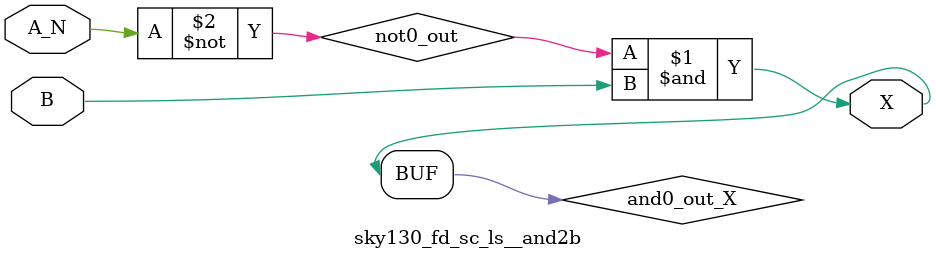
<source format=v>
/*
 * Copyright 2020 The SkyWater PDK Authors
 *
 * Licensed under the Apache License, Version 2.0 (the "License");
 * you may not use this file except in compliance with the License.
 * You may obtain a copy of the License at
 *
 *     https://www.apache.org/licenses/LICENSE-2.0
 *
 * Unless required by applicable law or agreed to in writing, software
 * distributed under the License is distributed on an "AS IS" BASIS,
 * WITHOUT WARRANTIES OR CONDITIONS OF ANY KIND, either express or implied.
 * See the License for the specific language governing permissions and
 * limitations under the License.
 *
 * SPDX-License-Identifier: Apache-2.0
*/


`ifndef SKY130_FD_SC_LS__AND2B_FUNCTIONAL_V
`define SKY130_FD_SC_LS__AND2B_FUNCTIONAL_V

/**
 * and2b: 2-input AND, first input inverted.
 *
 * Verilog simulation functional model.
 */

`timescale 1ns / 1ps
`default_nettype none

`celldefine
module sky130_fd_sc_ls__and2b (
    X  ,
    A_N,
    B
);

    // Module ports
    output X  ;
    input  A_N;
    input  B  ;

    // Local signals
    wire not0_out  ;
    wire and0_out_X;

    //  Name  Output      Other arguments
    not not0 (not0_out  , A_N            );
    and and0 (and0_out_X, not0_out, B    );
    buf buf0 (X         , and0_out_X     );

endmodule
`endcelldefine

`default_nettype wire
`endif  // SKY130_FD_SC_LS__AND2B_FUNCTIONAL_V

</source>
